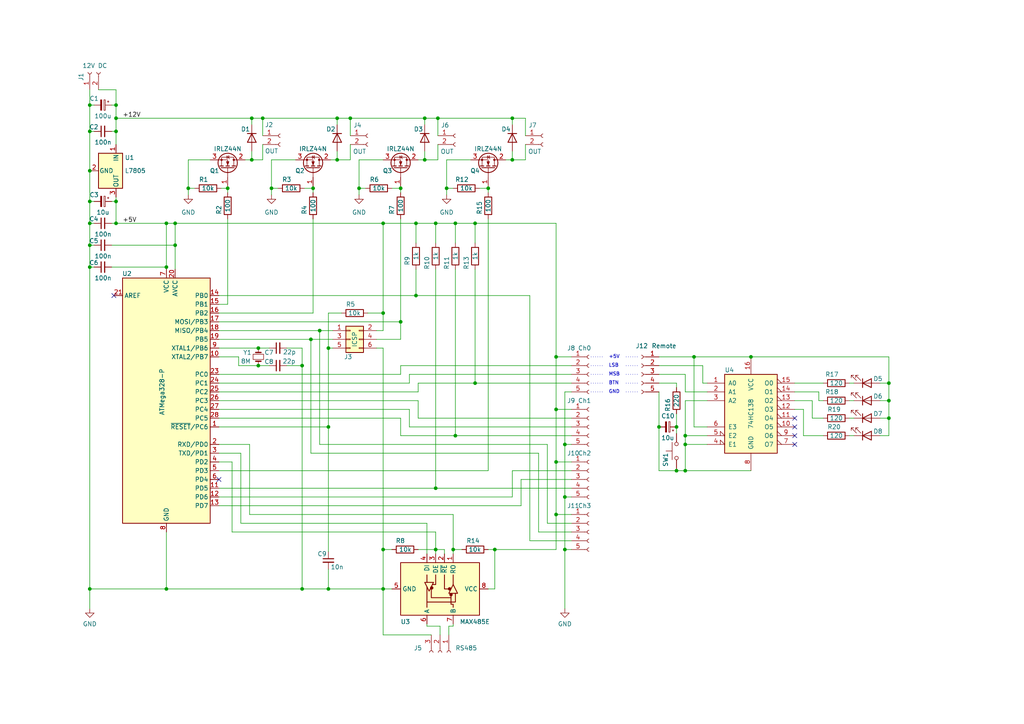
<source format=kicad_sch>
(kicad_sch (version 20211123) (generator eeschema)
  (paper "A4")
  (title_block (title "AVR PWM RTU") (date "2024-01-01") (rev "0.1") (company "clickworkorange Ltd"))
  (lib_symbols
    (symbol "74xx:74LS138" (pin_names (offset 1.016))
      (property "Reference" "U" (at -7.62 11.43 0))
      (property "Value" "74LS138" (at -7.62 -13.97 0))
      (symbol "74LS138_1_0"
        (pin input line (at -12.7 7.62 0) (length 5.08) (name "A0") (number "1"))
        (pin output output_low (at 12.7 -5.08 180) (length 5.08) (name "O5") (number "10"))
        (pin output output_low (at 12.7 -2.54 180) (length 5.08) (name "O4") (number "11"))
        (pin output output_low (at 12.7 0 180) (length 5.08) (name "O3") (number "12"))
        (pin output output_low (at 12.7 2.54 180) (length 5.08) (name "O2") (number "13"))
        (pin output output_low (at 12.7 5.08 180) (length 5.08) (name "O1") (number "14"))
        (pin output output_low (at 12.7 7.62 180) (length 5.08) (name "O0") (number "15"))
        (pin power_in line (at 0 15.24 270) (length 5.08) (name "VCC") (number "16"))
        (pin input line (at -12.7 5.08 0) (length 5.08) (name "A1") (number "2"))
        (pin input line (at -12.7 2.54 0) (length 5.08) (name "A2") (number "3"))
        (pin input input_low (at -12.7 -10.16 0) (length 5.08) (name "E1") (number "4"))
        (pin input input_low (at -12.7 -7.62 0) (length 5.08) (name "E2") (number "5"))
        (pin input line (at -12.7 -5.08 0) (length 5.08) (name "E3") (number "6"))
        (pin output output_low (at 12.7 -10.16 180) (length 5.08) (name "O7") (number "7"))
        (pin power_in line (at 0 -17.78 90) (length 5.08) (name "GND") (number "8"))
        (pin output output_low (at 12.7 -7.62 180) (length 5.08) (name "O6") (number "9"))
      )
      (symbol "74LS138_1_1"
        (rectangle (start -7.62 10.16) (end 7.62 -12.7) (stroke (width 0.254)) (fill (type background)))
      )
    )
    (symbol "Conn_01x02_Female_1" (pin_names (offset 1.016) hide)
      (property "Reference" "J" (at 0 2.54 0))
      (property "Value" "Conn_01x02_Female_1" (at 0 -5.08 0))
      (symbol "Conn_01x02_Female_1_1_1"
        (arc (start 0 -2.032) (mid -0.508 -2.54) (end 0 -3.048) (stroke (width 0.1524)))
        (polyline (pts (xy -1.27 -2.54) (xy -0.508 -2.54)) (stroke (width 0.1524)))
        (polyline (pts (xy -1.27 0) (xy -0.508 0)) (stroke (width 0.1524)))
        (arc (start 0 0.508) (mid -0.508 0) (end 0 -0.508) (stroke (width 0.1524)))
        (pin passive line (at -5.08 0 0) (length 3.81) (name "Pin_1") (number "1"))
        (pin passive line (at -5.08 -2.54 0) (length 3.81) (name "Pin_2") (number "2"))
      )
    )
    (symbol "Connector:Conn_01x02_Female" (pin_names (offset 1.016) hide)
      (property "Reference" "J" (at 0 2.54 0))
      (property "Value" "Conn_01x02_Female" (at 0 -5.08 0))
      (symbol "Conn_01x02_Female_1_1"
        (arc (start 0 -2.032) (mid -0.508 -2.54) (end 0 -3.048) (stroke (width 0.1524)))
        (polyline (pts (xy -1.27 -2.54) (xy -0.508 -2.54)) (stroke (width 0.1524)))
        (polyline (pts (xy -1.27 0) (xy -0.508 0)) (stroke (width 0.1524)))
        (arc (start 0 0.508) (mid -0.508 0) (end 0 -0.508) (stroke (width 0.1524)))
        (pin passive line (at -5.08 0 0) (length 3.81) (name "Pin_1") (number "1"))
        (pin passive line (at -5.08 -2.54 0) (length 3.81) (name "Pin_2") (number "2"))
      )
    )
    (symbol "Connector:Conn_01x03_Female" (pin_names (offset 1.016) hide)
      (property "Reference" "J" (at 0 5.08 0))
      (property "Value" "Conn_01x03_Female" (at 0 -5.08 0))
      (symbol "Conn_01x03_Female_1_1"
        (arc (start 0 -2.032) (mid -0.508 -2.54) (end 0 -3.048) (stroke (width 0.1524)))
        (polyline (pts (xy -1.27 -2.54) (xy -0.508 -2.54)) (stroke (width 0.1524)))
        (polyline (pts (xy -1.27 0) (xy -0.508 0)) (stroke (width 0.1524)))
        (polyline (pts (xy -1.27 2.54) (xy -0.508 2.54)) (stroke (width 0.1524)))
        (arc (start 0 0.508) (mid -0.508 0) (end 0 -0.508) (stroke (width 0.1524)))
        (arc (start 0 3.048) (mid -0.508 2.54) (end 0 2.032) (stroke (width 0.1524)))
        (pin passive line (at -5.08 2.54 0) (length 3.81) (name "Pin_1") (number "1"))
        (pin passive line (at -5.08 0 0) (length 3.81) (name "Pin_2") (number "2"))
        (pin passive line (at -5.08 -2.54 0) (length 3.81) (name "Pin_3") (number "3"))
      )
    )
    (symbol "Connector:Conn_01x05_Female" (pin_names (offset 1.016) hide)
      (property "Reference" "J" (at 0 7.62 0))
      (property "Value" "Conn_01x05_Female" (at 0 -7.62 0))
      (symbol "Conn_01x05_Female_1_1"
        (arc (start 0 -4.572) (mid -0.508 -5.08) (end 0 -5.588) (stroke (width 0.1524)))
        (arc (start 0 -2.032) (mid -0.508 -2.54) (end 0 -3.048) (stroke (width 0.1524)))
        (polyline (pts (xy -1.27 -5.08) (xy -0.508 -5.08)) (stroke (width 0.1524)))
        (polyline (pts (xy -1.27 -2.54) (xy -0.508 -2.54)) (stroke (width 0.1524)))
        (polyline (pts (xy -1.27 0) (xy -0.508 0)) (stroke (width 0.1524)))
        (polyline (pts (xy -1.27 2.54) (xy -0.508 2.54)) (stroke (width 0.1524)))
        (polyline (pts (xy -1.27 5.08) (xy -0.508 5.08)) (stroke (width 0.1524)))
        (arc (start 0 0.508) (mid -0.508 0) (end 0 -0.508) (stroke (width 0.1524)))
        (arc (start 0 3.048) (mid -0.508 2.54) (end 0 2.032) (stroke (width 0.1524)))
        (arc (start 0 5.588) (mid -0.508 5.08) (end 0 4.572) (stroke (width 0.1524)))
        (pin passive line (at -5.08 5.08 0) (length 3.81) (name "Pin_1") (number "1"))
        (pin passive line (at -5.08 2.54 0) (length 3.81) (name "Pin_2") (number "2"))
        (pin passive line (at -5.08 0 0) (length 3.81) (name "Pin_3") (number "3"))
        (pin passive line (at -5.08 -2.54 0) (length 3.81) (name "Pin_4") (number "4"))
        (pin passive line (at -5.08 -5.08 0) (length 3.81) (name "Pin_5") (number "5"))
      )
    )
    (symbol "Connector_Generic:Conn_02x03_Odd_Even" (pin_names (offset 1.016) hide)
      (property "Reference" "J" (at 1.27 5.08 0))
      (property "Value" "Conn_02x03_Odd_Even" (at 1.27 -5.08 0))
      (symbol "Conn_02x03_Odd_Even_1_1"
        (rectangle (start -1.27 -2.413) (end 0 -2.667) (stroke (width 0.1524)))
        (rectangle (start -1.27 0.127) (end 0 -0.127) (stroke (width 0.1524)))
        (rectangle (start -1.27 2.667) (end 0 2.413) (stroke (width 0.1524)))
        (rectangle (start -1.27 3.81) (end 3.81 -3.81) (stroke (width 0.254)) (fill (type background)))
        (rectangle (start 3.81 -2.413) (end 2.54 -2.667) (stroke (width 0.1524)))
        (rectangle (start 3.81 0.127) (end 2.54 -0.127) (stroke (width 0.1524)))
        (rectangle (start 3.81 2.667) (end 2.54 2.413) (stroke (width 0.1524)))
        (pin passive line (at -5.08 2.54 0) (length 3.81) (name "Pin_1") (number "1"))
        (pin passive line (at 7.62 2.54 180) (length 3.81) (name "Pin_2") (number "2"))
        (pin passive line (at -5.08 0 0) (length 3.81) (name "Pin_3") (number "3"))
        (pin passive line (at 7.62 0 180) (length 3.81) (name "Pin_4") (number "4"))
        (pin passive line (at -5.08 -2.54 0) (length 3.81) (name "Pin_5") (number "5"))
        (pin passive line (at 7.62 -2.54 180) (length 3.81) (name "Pin_6") (number "6"))
      )
    )
    (symbol "Device:C_Polarized_Small" (pin_numbers hide) (pin_names (offset 0.254) hide)
      (property "Reference" "C" (at 0.254 1.778 0))
      (property "Value" "C_Polarized_Small" (at 0.254 -2.032 0))
      (symbol "C_Polarized_Small_0_1"
        (rectangle (start -1.524 -0.3048) (end 1.524 -0.6858) (fill (type outline)))
        (rectangle (start -1.524 0.6858) (end 1.524 0.3048))
        (polyline (pts (xy -1.27 1.524) (xy -0.762 1.524)))
        (polyline (pts (xy -1.016 1.27) (xy -1.016 1.778)))
      )
      (symbol "C_Polarized_Small_1_1"
        (pin passive line (at 0 2.54 270) (length 1.8542) (name "~") (number "1"))
        (pin passive line (at 0 -2.54 90) (length 1.8542) (name "~") (number "2"))
      )
    )
    (symbol "Device:C_Small" (pin_numbers hide) (pin_names (offset 0.254) hide)
      (property "Reference" "C" (at 0.254 1.778 0))
      (property "Value" "C_Small" (at 0.254 -2.032 0))
      (symbol "C_Small_0_1"
        (polyline (pts (xy -1.524 -0.508) (xy 1.524 -0.508)) (stroke (width 0.3302)))
        (polyline (pts (xy -1.524 0.508) (xy 1.524 0.508)) (stroke (width 0.3048)))
      )
      (symbol "C_Small_1_1"
        (pin passive line (at 0 2.54 270) (length 2.032) (name "~") (number "1"))
        (pin passive line (at 0 -2.54 90) (length 2.032) (name "~") (number "2"))
      )
    )
    (symbol "Device:Crystal_Small" (pin_numbers hide) (pin_names (offset 1.016) hide)
      (property "Reference" "Y" (at 0 2.54 0))
      (property "Value" "Crystal_Small" (at 0 -2.54 0))
      (symbol "Crystal_Small_0_1"
        (rectangle (start -0.762 -1.524) (end 0.762 1.524))
        (polyline (pts (xy -1.27 -0.762) (xy -1.27 0.762)) (stroke (width 0.381)))
        (polyline (pts (xy 1.27 -0.762) (xy 1.27 0.762)) (stroke (width 0.381)))
      )
      (symbol "Crystal_Small_1_1"
        (pin passive line (at -2.54 0 0) (length 1.27) (name "1") (number "1"))
        (pin passive line (at 2.54 0 180) (length 1.27) (name "2") (number "2"))
      )
    )
    (symbol "Device:D" (pin_numbers hide) (pin_names (offset 1.016) hide)
      (property "Reference" "D" (at 0 2.54 0))
      (property "Value" "D" (at 0 -2.54 0))
      (symbol "D_0_1"
        (polyline (pts (xy -1.27 1.27) (xy -1.27 -1.27)) (stroke (width 0.254)))
        (polyline (pts (xy 1.27 0) (xy -1.27 0)))
        (polyline (pts (xy 1.27 1.27) (xy 1.27 -1.27) (xy -1.27 0) (xy 1.27 1.27)) (stroke (width 0.254)))
      )
      (symbol "D_1_1"
        (pin passive line (at -3.81 0 0) (length 2.54) (name "K") (number "1"))
        (pin passive line (at 3.81 0 180) (length 2.54) (name "A") (number "2"))
      )
    )
    (symbol "Device:LED" (pin_numbers hide) (pin_names (offset 1.016) hide)
      (property "Reference" "D" (at 0 2.54 0))
      (property "Value" "LED" (at 0 -2.54 0))
      (symbol "LED_0_1"
        (polyline (pts (xy -1.27 -1.27) (xy -1.27 1.27)) (stroke (width 0.254)))
        (polyline (pts (xy -1.27 0) (xy 1.27 0)))
        (polyline (pts (xy 1.27 -1.27) (xy 1.27 1.27) (xy -1.27 0) (xy 1.27 -1.27)) (stroke (width 0.254)))
        (polyline (pts (xy -3.048 -0.762) (xy -4.572 -2.286) (xy -3.81 -2.286) (xy -4.572 -2.286) (xy -4.572 -1.524)))
        (polyline (pts (xy -1.778 -0.762) (xy -3.302 -2.286) (xy -2.54 -2.286) (xy -3.302 -2.286) (xy -3.302 -1.524)))
      )
      (symbol "LED_1_1"
        (pin passive line (at -3.81 0 0) (length 2.54) (name "K") (number "1"))
        (pin passive line (at 3.81 0 180) (length 2.54) (name "A") (number "2"))
      )
    )
    (symbol "Device:R" (pin_numbers hide) (pin_names (offset 0))
      (property "Reference" "R" (at 2.032 0 90))
      (property "Value" "R" (at 0 0 90))
      (symbol "R_0_1"
        (rectangle (start -1.016 -2.54) (end 1.016 2.54) (stroke (width 0.254)))
      )
      (symbol "R_1_1"
        (pin passive line (at 0 3.81 270) (length 1.27) (name "~") (number "1"))
        (pin passive line (at 0 -3.81 90) (length 1.27) (name "~") (number "2"))
      )
    )
    (symbol "Interface_UART:MAX485E"
      (property "Reference" "U" (at -6.096 11.43 0))
      (property "Value" "MAX485E" (at 0.762 11.43 0))
      (symbol "MAX485E_0_1"
        (rectangle (start -7.62 10.16) (end 7.62 -12.7) (stroke (width 0.254)) (fill (type background)))
        (circle (center -0.3048 -3.683) (radius 0.3556) (stroke (width 0.254)) (fill (type outline)))
        (circle (center -0.0254 1.4986) (radius 0.3556) (stroke (width 0.254)) (fill (type outline)))
        (polyline (pts (xy -4.064 -5.08) (xy -1.905 -5.08)) (stroke (width 0.254)))
        (polyline (pts (xy -4.064 2.54) (xy -1.27 2.54)) (stroke (width 0.254)))
        (polyline (pts (xy -1.27 -3.2004) (xy -1.27 -3.4544)) (stroke (width 0.254)))
        (polyline (pts (xy -0.635 -5.08) (xy 5.334 -5.08)) (stroke (width 0.254)))
        (polyline (pts (xy -4.064 -2.54) (xy -1.27 -2.54) (xy -1.27 -3.175)) (stroke (width 0.254)))
        (polyline (pts (xy 0 1.27) (xy 0 0) (xy -4.064 0)) (stroke (width 0.254)))
        (polyline (pts (xy 1.27 3.175) (xy 3.81 3.175) (xy 3.81 -5.08)) (stroke (width 0.254)))
        (polyline (pts (xy 2.54 1.905) (xy 2.54 -3.81) (xy 0 -3.81)) (stroke (width 0.254)))
        (polyline (pts (xy -1.905 -3.175) (xy -1.905 -5.715) (xy 0.635 -4.445) (xy -1.905 -3.175)) (stroke (width 0.254)))
        (polyline (pts (xy -1.27 2.54) (xy 1.27 3.81) (xy 1.27 1.27) (xy -1.27 2.54)) (stroke (width 0.254)))
        (polyline (pts (xy 1.905 1.905) (xy 4.445 1.905) (xy 4.445 2.54) (xy 5.334 2.54)) (stroke (width 0.254)))
        (rectangle (start 1.27 3.175) (end 1.27 3.175))
        (circle (center 1.651 1.905) (radius 0.3556) (stroke (width 0.254)) (fill (type outline)))
      )
      (symbol "MAX485E_1_1"
        (pin output line (at -10.16 2.54 0) (length 2.54) (name "RO") (number "1"))
        (pin input line (at -10.16 0 0) (length 2.54) (name "~{RE}") (number "2"))
        (pin input line (at -10.16 -2.54 0) (length 2.54) (name "DE") (number "3"))
        (pin input line (at -10.16 -5.08 0) (length 2.54) (name "DI") (number "4"))
        (pin power_in line (at 0 -15.24 90) (length 2.54) (name "GND") (number "5"))
        (pin bidirectional line (at 10.16 -5.08 180) (length 2.54) (name "A") (number "6"))
        (pin bidirectional line (at 10.16 2.54 180) (length 2.54) (name "B") (number "7"))
        (pin power_in line (at 0 12.7 270) (length 2.54) (name "VCC") (number "8"))
      )
    )
    (symbol "MCU_Microchip_ATmega:ATmega328-P"
      (property "Reference" "U?" (at -11.43 36.83 0))
      (property "Value" "ATMega328-P" (at -1.27 2.54 90))
      (symbol "ATmega328-P_0_1"
        (rectangle (start -12.7 -35.56) (end 12.7 35.56) (stroke (width 0.254)) (fill (type background)))
      )
      (symbol "ATmega328-P_1_1"
        (pin bidirectional line (at 15.24 -7.62 180) (length 2.54) (name "~{RESET}/PC6") (number "1"))
        (pin bidirectional line (at 15.24 12.7 180) (length 2.54) (name "XTAL2/PB7") (number "10"))
        (pin bidirectional line (at 15.24 -25.4 180) (length 2.54) (name "PD5") (number "11"))
        (pin bidirectional line (at 15.24 -27.94 180) (length 2.54) (name "PD6") (number "12"))
        (pin bidirectional line (at 15.24 -30.48 180) (length 2.54) (name "PD7") (number "13"))
        (pin bidirectional line (at 15.24 30.48 180) (length 2.54) (name "PB0") (number "14"))
        (pin bidirectional line (at 15.24 27.94 180) (length 2.54) (name "PB1") (number "15"))
        (pin bidirectional line (at 15.24 25.4 180) (length 2.54) (name "PB2") (number "16"))
        (pin bidirectional line (at 15.24 22.86 180) (length 2.54) (name "MOSI/PB3") (number "17"))
        (pin bidirectional line (at 15.24 20.32 180) (length 2.54) (name "MISO/PB4") (number "18"))
        (pin bidirectional line (at 15.24 17.78 180) (length 2.54) (name "PB5") (number "19"))
        (pin bidirectional line (at 15.24 -12.7 180) (length 2.54) (name "RXD/PD0") (number "2"))
        (pin power_in line (at 2.54 38.1 270) (length 2.54) (name "AVCC") (number "20"))
        (pin passive line (at -15.24 30.48 0) (length 2.54) (name "AREF") (number "21"))
        (pin passive line (at 0 -38.1 90) (length 2.54) hide (name "GND") (number "22"))
        (pin bidirectional line (at 15.24 7.62 180) (length 2.54) (name "PC0") (number "23"))
        (pin bidirectional line (at 15.24 5.08 180) (length 2.54) (name "PC1") (number "24"))
        (pin bidirectional line (at 15.24 2.54 180) (length 2.54) (name "PC2") (number "25"))
        (pin bidirectional line (at 15.24 0 180) (length 2.54) (name "PC3") (number "26"))
        (pin bidirectional line (at 15.24 -2.54 180) (length 2.54) (name "PC4") (number "27"))
        (pin bidirectional line (at 15.24 -5.08 180) (length 2.54) (name "PC5") (number "28"))
        (pin bidirectional line (at 15.24 -15.24 180) (length 2.54) (name "TXD/PD1") (number "3"))
        (pin bidirectional line (at 15.24 -17.78 180) (length 2.54) (name "PD2") (number "4"))
        (pin bidirectional line (at 15.24 -20.32 180) (length 2.54) (name "PD3") (number "5"))
        (pin bidirectional line (at 15.24 -22.86 180) (length 2.54) (name "PD4") (number "6"))
        (pin power_in line (at 0 38.1 270) (length 2.54) (name "VCC") (number "7"))
        (pin power_in line (at 0 -38.1 90) (length 2.54) (name "GND") (number "8"))
        (pin bidirectional line (at 15.24 15.24 180) (length 2.54) (name "XTAL1/PB6") (number "9"))
      )
    )
    (symbol "Regulator_Linear:L7805" (pin_names (offset 0.254))
      (property "Reference" "U" (at -3.81 3.175 0))
      (property "Value" "L7805" (at 0 3.175 0))
      (symbol "L7805_0_1"
        (rectangle (start -5.08 1.905) (end 5.08 -5.08) (stroke (width 0.254)) (fill (type background)))
      )
      (symbol "L7805_1_1"
        (pin power_in line (at -7.62 0 0) (length 2.54) (name "IN") (number "1"))
        (pin power_in line (at 0 -7.62 90) (length 2.54) (name "GND") (number "2"))
        (pin power_out line (at 7.62 0 180) (length 2.54) (name "OUT") (number "3"))
      )
    )
    (symbol "Switch:SW_Push" (pin_numbers hide) (pin_names (offset 1.016) hide)
      (property "Reference" "SW" (at 1.27 2.54 0))
      (property "Value" "SW_Push" (at 0 -1.524 0))
      (symbol "SW_Push_0_1"
        (circle (center -2.032 0) (radius 0.508))
        (polyline (pts (xy 0 1.27) (xy 0 3.048)))
        (polyline (pts (xy 2.54 1.27) (xy -2.54 1.27)))
        (circle (center 2.032 0) (radius 0.508))
        (pin passive line (at -5.08 0 0) (length 2.54) (name "1") (number "1"))
        (pin passive line (at 5.08 0 180) (length 2.54) (name "2") (number "2"))
      )
    )
    (symbol "Transistor_FET:IRLZ44N" (pin_names hide)
      (property "Reference" "Q" (at 6.35 1.905 0))
      (property "Value" "IRLZ44N" (at 6.35 0 0))
      (symbol "IRLZ44N_0_1"
        (polyline (pts (xy 0.254 0) (xy -2.54 0)))
        (polyline (pts (xy 0.254 1.905) (xy 0.254 -1.905)) (stroke (width 0.254)))
        (polyline (pts (xy 0.762 -1.27) (xy 0.762 -2.286)) (stroke (width 0.254)))
        (polyline (pts (xy 0.762 0.508) (xy 0.762 -0.508)) (stroke (width 0.254)))
        (polyline (pts (xy 0.762 2.286) (xy 0.762 1.27)) (stroke (width 0.254)))
        (polyline (pts (xy 2.54 2.54) (xy 2.54 1.778)))
        (polyline (pts (xy 2.54 -2.54) (xy 2.54 0) (xy 0.762 0)))
        (polyline (pts (xy 0.762 -1.778) (xy 3.302 -1.778) (xy 3.302 1.778) (xy 0.762 1.778)))
        (polyline (pts (xy 1.016 0) (xy 2.032 0.381) (xy 2.032 -0.381) (xy 1.016 0)) (fill (type outline)))
        (polyline (pts (xy 2.794 0.508) (xy 2.921 0.381) (xy 3.683 0.381) (xy 3.81 0.254)))
        (polyline (pts (xy 3.302 0.381) (xy 2.921 -0.254) (xy 3.683 -0.254) (xy 3.302 0.381)))
        (circle (center 1.651 0) (radius 2.794) (stroke (width 0.254)))
        (circle (center 2.54 -1.778) (radius 0.254) (fill (type outline)))
        (circle (center 2.54 1.778) (radius 0.254) (fill (type outline)))
      )
      (symbol "IRLZ44N_1_1"
        (pin input line (at -5.08 0 0) (length 2.54) (name "G") (number "1"))
        (pin passive line (at 2.54 5.08 270) (length 2.54) (name "D") (number "2"))
        (pin passive line (at 2.54 -5.08 90) (length 2.54) (name "S") (number "3"))
      )
    )
    (symbol "power:GND" (power) (pin_names (offset 0))
      (property "Value" "GND" (at 0 -3.81 0))
      (symbol "GND_0_1"
        (polyline (pts (xy 0 0) (xy 0 -1.27) (xy 1.27 -1.27) (xy 0 -2.54) (xy -1.27 -1.27) (xy 0 -1.27)))
      )
      (symbol "GND_1_1"
        (pin power_in line (at 0 0 270) (length 0) hide (name "GND") (number "1"))
      )
    )
  )
  (junction (at 116.205 93.345))
  (junction (at 120.65 85.725))
  (junction (at 97.79 46.355))
  (junction (at 123.19 34.29))
  (junction (at 33.655 38.1))
  (junction (at 196.215 136.525))
  (junction (at 90.805 54.61))
  (junction (at 111.125 90.805))
  (junction (at 48.26 64.77))
  (junction (at 74.93 100.965))
  (junction (at 33.655 30.48))
  (junction (at 50.8 64.77))
  (junction (at 198.755 136.525))
  (junction (at 54.61 54.61))
  (junction (at 90.17 98.425))
  (junction (at 137.795 111.125))
  (junction (at 104.14 54.61))
  (junction (at 78.74 54.61))
  (junction (at 33.655 34.29))
  (junction (at 95.25 123.825))
  (junction (at 198.755 126.365))
  (junction (at 126.365 141.605))
  (junction (at 141.605 54.61))
  (junction (at 161.29 103.505))
  (junction (at 92.71 95.885))
  (junction (at 87.63 106.045))
  (junction (at 101.6 34.29))
  (junction (at 217.805 103.505))
  (junction (at 111.125 159.385))
  (junction (at 196.215 123.825))
  (junction (at 132.08 64.77))
  (junction (at 163.83 159.385))
  (junction (at 50.8 71.12))
  (junction (at 73.025 34.29))
  (junction (at 127 34.29))
  (junction (at 74.93 106.045))
  (junction (at 73.025 46.355))
  (junction (at 120.65 64.77))
  (junction (at 48.26 170.815))
  (junction (at 163.83 128.905))
  (junction (at 161.29 133.985))
  (junction (at 143.51 159.385))
  (junction (at 148.59 46.355))
  (junction (at 257.81 121.285))
  (junction (at 161.29 118.745))
  (junction (at 111.125 64.77))
  (junction (at 257.81 111.125))
  (junction (at 148.59 34.29))
  (junction (at 26.035 170.815))
  (junction (at 131.445 159.385))
  (junction (at 161.29 149.225))
  (junction (at 132.08 126.365))
  (junction (at 116.205 54.61))
  (junction (at 26.035 30.48))
  (junction (at 76.2 34.29))
  (junction (at 201.295 103.505))
  (junction (at 26.035 49.53))
  (junction (at 126.365 64.77))
  (junction (at 48.26 77.47))
  (junction (at 257.81 116.205))
  (junction (at 26.035 71.12))
  (junction (at 33.655 64.77))
  (junction (at 137.795 64.77))
  (junction (at 111.125 170.815))
  (junction (at 95.25 170.815))
  (junction (at 66.04 54.61))
  (junction (at 26.035 77.47))
  (junction (at 26.035 64.77))
  (junction (at 163.83 144.145))
  (junction (at 33.655 58.42))
  (junction (at 95.25 100.965))
  (junction (at 87.63 170.815))
  (junction (at 191.135 123.825))
  (junction (at 123.19 46.355))
  (junction (at 97.79 34.29))
  (junction (at 129.54 54.61))
  (junction (at 198.755 128.905))
  (junction (at 126.365 159.385))
  (junction (at 26.035 58.42))
  (junction (at 26.035 38.1))
  (no_connect (at 230.505 128.905))
  (no_connect (at 230.505 123.825))
  (no_connect (at 63.5 139.065))
  (no_connect (at 33.02 85.725))
  (no_connect (at 230.505 126.365))
  (no_connect (at 230.505 121.285))
  (wire (pts (xy 109.22 95.885) (xy 111.125 95.885)))
  (wire (pts (xy 137.795 111.125) (xy 165.735 111.125)))
  (wire (pts (xy 161.29 118.745) (xy 165.735 118.745)))
  (wire (pts (xy 129.54 46.355) (xy 129.54 54.61)))
  (wire (pts (xy 116.205 54.61) (xy 116.205 55.88)))
  (wire (pts (xy 121.285 113.665) (xy 121.285 111.125)))
  (wire (pts (xy 64.135 54.61) (xy 66.04 54.61)))
  (wire (pts (xy 127 34.29) (xy 127 39.37)))
  (wire (pts (xy 97.79 34.29) (xy 101.6 34.29)))
  (wire (pts (xy 99.06 90.805) (xy 95.25 90.805)))
  (wire (pts (xy 95.25 100.965) (xy 95.25 123.825)))
  (wire (pts (xy 205.105 123.825) (xy 201.295 123.825)))
  (wire (pts (xy 203.835 111.125) (xy 205.105 111.125)))
  (wire (pts (xy 69.85 131.445) (xy 69.85 151.765)))
  (wire (pts (xy 141.605 53.975) (xy 141.605 54.61)))
  (wire (pts (xy 191.135 123.825) (xy 191.135 136.525)))
  (wire (pts (xy 104.14 54.61) (xy 104.14 56.515)))
  (polyline (pts (xy 181.61 113.665) (xy 185.42 113.665)) (stroke (width 0) (type dot)))
  (wire (pts (xy 63.5 85.725) (xy 120.65 85.725)))
  (wire (pts (xy 76.2 41.91) (xy 76.2 46.355)))
  (wire (pts (xy 63.5 128.905) (xy 72.39 128.905)))
  (wire (pts (xy 95.25 165.1) (xy 95.25 170.815)))
  (wire (pts (xy 132.08 64.77) (xy 132.08 70.485)))
  (wire (pts (xy 60.96 46.355) (xy 54.61 46.355)))
  (wire (pts (xy 63.5 136.525) (xy 141.605 136.525)))
  (wire (pts (xy 63.5 146.685) (xy 151.13 146.685)))
  (wire (pts (xy 54.61 54.61) (xy 54.61 56.515)))
  (wire (pts (xy 163.83 128.905) (xy 163.83 144.145)))
  (wire (pts (xy 153.67 85.725) (xy 153.67 156.845)))
  (wire (pts (xy 153.67 156.845) (xy 165.735 156.845)))
  (wire (pts (xy 104.14 46.355) (xy 104.14 54.61)))
  (wire (pts (xy 139.065 54.61) (xy 141.605 54.61)))
  (wire (pts (xy 137.795 64.77) (xy 137.795 70.485)))
  (wire (pts (xy 246.38 116.205) (xy 247.65 116.205)))
  (wire (pts (xy 101.6 34.29) (xy 123.19 34.29)))
  (wire (pts (xy 111.125 170.815) (xy 111.125 184.15)))
  (wire (pts (xy 32.385 71.12) (xy 50.8 71.12)))
  (wire (pts (xy 48.26 64.77) (xy 50.8 64.77)))
  (wire (pts (xy 28.575 26.035) (xy 33.655 26.035)))
  (wire (pts (xy 76.2 34.29) (xy 76.2 39.37)))
  (wire (pts (xy 148.59 43.815) (xy 148.59 46.355)))
  (wire (pts (xy 63.5 98.425) (xy 90.17 98.425)))
  (wire (pts (xy 126.365 141.605) (xy 165.735 141.605)))
  (wire (pts (xy 152.4 34.29) (xy 152.4 39.37)))
  (wire (pts (xy 78.74 54.61) (xy 78.74 56.515)))
  (polyline (pts (xy 181.61 108.585) (xy 185.42 108.585)) (stroke (width 0) (type dot)))
  (wire (pts (xy 26.035 38.1) (xy 27.305 38.1)))
  (wire (pts (xy 198.755 113.665) (xy 205.105 113.665)))
  (wire (pts (xy 201.295 103.505) (xy 217.805 103.505)))
  (wire (pts (xy 32.385 64.77) (xy 33.655 64.77)))
  (wire (pts (xy 118.745 123.825) (xy 165.735 123.825)))
  (wire (pts (xy 63.5 121.285) (xy 116.205 121.285)))
  (wire (pts (xy 257.81 103.505) (xy 257.81 111.125)))
  (wire (pts (xy 120.65 85.725) (xy 153.67 85.725)))
  (polyline (pts (xy 171.45 113.665) (xy 175.26 113.665)) (stroke (width 0) (type dot)))
  (wire (pts (xy 201.295 103.505) (xy 201.295 123.825)))
  (wire (pts (xy 235.585 121.285) (xy 238.76 121.285)))
  (wire (pts (xy 26.035 170.815) (xy 26.035 176.53)))
  (wire (pts (xy 141.605 63.5) (xy 141.605 136.525)))
  (wire (pts (xy 95.25 100.965) (xy 96.52 100.965)))
  (wire (pts (xy 230.505 116.205) (xy 235.585 116.205)))
  (polyline (pts (xy 181.61 106.045) (xy 185.42 106.045)) (stroke (width 0) (type dot)))
  (wire (pts (xy 123.825 181.61) (xy 123.825 180.975)))
  (wire (pts (xy 97.79 36.195) (xy 97.79 34.29)))
  (polyline (pts (xy 171.45 111.125) (xy 175.26 111.125)) (stroke (width 0) (type dot)))
  (wire (pts (xy 165.735 154.305) (xy 156.21 154.305)))
  (wire (pts (xy 198.755 126.365) (xy 205.105 126.365)))
  (wire (pts (xy 113.665 170.815) (xy 111.125 170.815)))
  (wire (pts (xy 205.105 116.205) (xy 198.755 116.205)))
  (wire (pts (xy 111.125 90.805) (xy 111.125 95.885)))
  (wire (pts (xy 95.25 90.805) (xy 95.25 100.965)))
  (wire (pts (xy 90.17 131.445) (xy 156.21 131.445)))
  (wire (pts (xy 143.51 159.385) (xy 143.51 170.815)))
  (wire (pts (xy 32.385 30.48) (xy 33.655 30.48)))
  (wire (pts (xy 127 46.355) (xy 123.19 46.355)))
  (wire (pts (xy 198.755 108.585) (xy 198.755 113.665)))
  (wire (pts (xy 78.74 54.61) (xy 80.645 54.61)))
  (wire (pts (xy 141.605 159.385) (xy 143.51 159.385)))
  (wire (pts (xy 26.035 26.035) (xy 26.035 30.48)))
  (wire (pts (xy 90.805 63.5) (xy 90.805 90.805)))
  (wire (pts (xy 126.365 154.305) (xy 126.365 159.385)))
  (wire (pts (xy 69.215 106.045) (xy 74.93 106.045)))
  (wire (pts (xy 198.755 128.905) (xy 198.755 136.525)))
  (wire (pts (xy 48.26 77.47) (xy 48.26 78.105)))
  (wire (pts (xy 116.205 121.285) (xy 116.205 126.365)))
  (wire (pts (xy 101.6 46.355) (xy 97.79 46.355)))
  (wire (pts (xy 196.215 135.89) (xy 196.215 136.525)))
  (wire (pts (xy 120.65 64.77) (xy 120.65 70.485)))
  (wire (pts (xy 63.5 144.145) (xy 148.59 144.145)))
  (wire (pts (xy 95.885 46.355) (xy 97.79 46.355)))
  (wire (pts (xy 257.81 116.205) (xy 257.81 121.285)))
  (wire (pts (xy 152.4 41.91) (xy 152.4 46.355)))
  (wire (pts (xy 161.29 149.225) (xy 165.735 149.225)))
  (wire (pts (xy 26.035 49.53) (xy 26.035 58.42)))
  (wire (pts (xy 33.655 38.1) (xy 33.655 34.29)))
  (wire (pts (xy 118.745 111.125) (xy 118.745 108.585)))
  (wire (pts (xy 161.29 133.985) (xy 165.735 133.985)))
  (wire (pts (xy 63.5 103.505) (xy 69.215 103.505)))
  (wire (pts (xy 76.2 34.29) (xy 97.79 34.29)))
  (wire (pts (xy 88.265 54.61) (xy 90.805 54.61)))
  (wire (pts (xy 230.505 113.665) (xy 237.49 113.665)))
  (wire (pts (xy 233.045 118.745) (xy 233.045 126.365)))
  (wire (pts (xy 130.175 181.61) (xy 131.445 181.61)))
  (wire (pts (xy 95.25 170.815) (xy 111.125 170.815)))
  (wire (pts (xy 26.035 77.47) (xy 27.305 77.47)))
  (wire (pts (xy 26.035 71.12) (xy 27.305 71.12)))
  (wire (pts (xy 132.08 78.105) (xy 132.08 126.365)))
  (wire (pts (xy 257.81 121.285) (xy 255.27 121.285)))
  (wire (pts (xy 163.83 144.145) (xy 163.83 159.385)))
  (wire (pts (xy 63.5 131.445) (xy 69.85 131.445)))
  (wire (pts (xy 33.655 26.035) (xy 33.655 30.48)))
  (wire (pts (xy 121.285 111.125) (xy 137.795 111.125)))
  (wire (pts (xy 111.125 159.385) (xy 113.665 159.385)))
  (wire (pts (xy 123.19 34.29) (xy 127 34.29)))
  (wire (pts (xy 32.385 58.42) (xy 33.655 58.42)))
  (wire (pts (xy 118.745 118.745) (xy 118.745 123.825)))
  (wire (pts (xy 131.445 159.385) (xy 131.445 160.655)))
  (wire (pts (xy 230.505 111.125) (xy 238.76 111.125)))
  (wire (pts (xy 161.29 64.77) (xy 161.29 103.505)))
  (wire (pts (xy 74.93 100.965) (xy 78.105 100.965)))
  (wire (pts (xy 26.035 30.48) (xy 27.305 30.48)))
  (wire (pts (xy 48.26 154.305) (xy 48.26 170.815)))
  (wire (pts (xy 148.59 144.145) (xy 148.59 136.525)))
  (wire (pts (xy 127.635 181.61) (xy 123.825 181.61)))
  (wire (pts (xy 50.8 64.77) (xy 111.125 64.77)))
  (wire (pts (xy 158.75 151.765) (xy 158.75 128.905)))
  (wire (pts (xy 78.74 46.355) (xy 78.74 54.61)))
  (wire (pts (xy 257.81 126.365) (xy 257.81 121.285)))
  (wire (pts (xy 95.25 123.825) (xy 95.25 160.02)))
  (wire (pts (xy 127.635 181.61) (xy 127.635 184.15)))
  (wire (pts (xy 66.04 54.61) (xy 66.04 55.88)))
  (wire (pts (xy 257.81 111.125) (xy 257.81 116.205)))
  (wire (pts (xy 198.755 116.205) (xy 198.755 126.365)))
  (wire (pts (xy 246.38 126.365) (xy 247.65 126.365)))
  (wire (pts (xy 73.025 46.355) (xy 71.12 46.355)))
  (wire (pts (xy 32.385 38.1) (xy 33.655 38.1)))
  (wire (pts (xy 101.6 41.91) (xy 101.6 46.355)))
  (wire (pts (xy 137.795 64.77) (xy 161.29 64.77)))
  (wire (pts (xy 26.035 170.815) (xy 48.26 170.815)))
  (wire (pts (xy 113.665 54.61) (xy 116.205 54.61)))
  (wire (pts (xy 63.5 95.885) (xy 92.71 95.885)))
  (wire (pts (xy 163.83 159.385) (xy 163.83 176.53)))
  (wire (pts (xy 106.68 90.805) (xy 111.125 90.805)))
  (wire (pts (xy 90.17 98.425) (xy 96.52 98.425)))
  (wire (pts (xy 63.5 141.605) (xy 126.365 141.605)))
  (wire (pts (xy 161.29 118.745) (xy 161.29 133.985)))
  (wire (pts (xy 32.385 77.47) (xy 48.26 77.47)))
  (wire (pts (xy 198.755 126.365) (xy 198.755 128.905)))
  (wire (pts (xy 196.215 111.125) (xy 196.215 112.395)))
  (wire (pts (xy 146.685 46.355) (xy 148.59 46.355)))
  (wire (pts (xy 133.985 159.385) (xy 131.445 159.385)))
  (wire (pts (xy 26.035 30.48) (xy 26.035 38.1)))
  (polyline (pts (xy 181.61 103.505) (xy 185.42 103.505)) (stroke (width 0) (type dot)))
  (wire (pts (xy 26.035 38.1) (xy 26.035 49.53)))
  (wire (pts (xy 196.215 123.825) (xy 196.215 125.73)))
  (wire (pts (xy 87.63 170.815) (xy 95.25 170.815)))
  (wire (pts (xy 26.035 58.42) (xy 26.035 64.77)))
  (wire (pts (xy 76.2 46.355) (xy 73.025 46.355)))
  (wire (pts (xy 63.5 123.825) (xy 95.25 123.825)))
  (wire (pts (xy 111.125 100.965) (xy 111.125 159.385)))
  (wire (pts (xy 87.63 106.045) (xy 87.63 170.815)))
  (wire (pts (xy 116.205 98.425) (xy 116.205 93.345)))
  (wire (pts (xy 92.71 128.905) (xy 158.75 128.905)))
  (wire (pts (xy 196.215 136.525) (xy 198.755 136.525)))
  (wire (pts (xy 69.215 103.505) (xy 69.215 106.045)))
  (wire (pts (xy 116.205 126.365) (xy 132.08 126.365)))
  (wire (pts (xy 230.505 118.745) (xy 233.045 118.745)))
  (wire (pts (xy 191.135 108.585) (xy 198.755 108.585)))
  (wire (pts (xy 116.205 106.045) (xy 165.735 106.045)))
  (wire (pts (xy 90.805 54.61) (xy 90.805 55.88)))
  (wire (pts (xy 118.745 108.585) (xy 165.735 108.585)))
  (wire (pts (xy 196.215 120.015) (xy 196.215 123.825)))
  (wire (pts (xy 237.49 116.205) (xy 238.76 116.205)))
  (wire (pts (xy 54.61 46.355) (xy 54.61 54.61)))
  (wire (pts (xy 85.725 46.355) (xy 78.74 46.355)))
  (wire (pts (xy 26.035 64.77) (xy 26.035 71.12)))
  (wire (pts (xy 63.5 90.805) (xy 90.805 90.805)))
  (wire (pts (xy 83.185 100.965) (xy 87.63 100.965)))
  (wire (pts (xy 116.205 53.975) (xy 116.205 54.61)))
  (wire (pts (xy 92.71 95.885) (xy 96.52 95.885)))
  (wire (pts (xy 66.04 53.975) (xy 66.04 54.61)))
  (wire (pts (xy 163.83 128.905) (xy 165.735 128.905)))
  (wire (pts (xy 235.585 116.205) (xy 235.585 121.285)))
  (wire (pts (xy 48.26 170.815) (xy 87.63 170.815)))
  (wire (pts (xy 54.61 54.61) (xy 56.515 54.61)))
  (wire (pts (xy 132.08 64.77) (xy 137.795 64.77)))
  (wire (pts (xy 121.285 116.205) (xy 121.285 121.285)))
  (wire (pts (xy 126.365 78.105) (xy 126.365 141.605)))
  (wire (pts (xy 136.525 46.355) (xy 129.54 46.355)))
  (wire (pts (xy 191.135 111.125) (xy 196.215 111.125)))
  (wire (pts (xy 191.135 136.525) (xy 196.215 136.525)))
  (wire (pts (xy 33.655 41.91) (xy 33.655 38.1)))
  (wire (pts (xy 255.27 111.125) (xy 257.81 111.125)))
  (wire (pts (xy 33.655 57.15) (xy 33.655 58.42)))
  (wire (pts (xy 198.755 136.525) (xy 217.805 136.525)))
  (wire (pts (xy 26.035 77.47) (xy 26.035 170.815)))
  (wire (pts (xy 121.285 159.385) (xy 126.365 159.385)))
  (wire (pts (xy 48.26 64.77) (xy 48.26 77.47)))
  (wire (pts (xy 26.035 58.42) (xy 27.305 58.42)))
  (wire (pts (xy 217.805 103.505) (xy 257.81 103.505)))
  (wire (pts (xy 151.13 139.065) (xy 165.735 139.065)))
  (wire (pts (xy 67.31 133.985) (xy 67.31 154.305)))
  (wire (pts (xy 131.445 181.61) (xy 131.445 180.975)))
  (wire (pts (xy 143.51 170.815) (xy 141.605 170.815)))
  (wire (pts (xy 126.365 159.385) (xy 126.365 160.655)))
  (polyline (pts (xy 181.61 111.125) (xy 185.42 111.125)) (stroke (width 0) (type dot)))
  (wire (pts (xy 111.125 64.77) (xy 111.125 90.805)))
  (wire (pts (xy 129.54 54.61) (xy 129.54 56.515)))
  (wire (pts (xy 128.905 159.385) (xy 128.905 160.655)))
  (wire (pts (xy 63.5 108.585) (xy 116.205 108.585)))
  (wire (pts (xy 26.035 71.12) (xy 26.035 77.47)))
  (wire (pts (xy 163.83 144.145) (xy 165.735 144.145)))
  (wire (pts (xy 33.655 34.29) (xy 73.025 34.29)))
  (wire (pts (xy 246.38 111.125) (xy 247.65 111.125)))
  (wire (pts (xy 73.025 36.195) (xy 73.025 34.29)))
  (wire (pts (xy 72.39 128.905) (xy 72.39 149.225)))
  (wire (pts (xy 116.205 63.5) (xy 116.205 93.345)))
  (wire (pts (xy 143.51 159.385) (xy 161.29 159.385)))
  (wire (pts (xy 116.205 108.585) (xy 116.205 106.045)))
  (wire (pts (xy 191.135 113.665) (xy 191.135 123.825)))
  (wire (pts (xy 191.135 106.045) (xy 203.835 106.045)))
  (wire (pts (xy 129.54 54.61) (xy 131.445 54.61)))
  (wire (pts (xy 163.83 159.385) (xy 165.735 159.385)))
  (wire (pts (xy 109.22 98.425) (xy 116.205 98.425)))
  (wire (pts (xy 63.5 133.985) (xy 67.31 133.985)))
  (wire (pts (xy 66.04 63.5) (xy 66.04 88.265)))
  (wire (pts (xy 125.095 184.15) (xy 111.125 184.15)))
  (wire (pts (xy 63.5 113.665) (xy 121.285 113.665)))
  (wire (pts (xy 203.835 106.045) (xy 203.835 111.125)))
  (wire (pts (xy 87.63 100.965) (xy 87.63 106.045)))
  (wire (pts (xy 72.39 149.225) (xy 131.445 149.225)))
  (wire (pts (xy 73.025 43.815) (xy 73.025 46.355)))
  (wire (pts (xy 205.105 128.905) (xy 198.755 128.905)))
  (wire (pts (xy 255.27 116.205) (xy 257.81 116.205)))
  (wire (pts (xy 104.14 54.61) (xy 106.045 54.61)))
  (wire (pts (xy 27.305 64.77) (xy 26.035 64.77)))
  (wire (pts (xy 120.65 78.105) (xy 120.65 85.725)))
  (wire (pts (xy 132.08 126.365) (xy 165.735 126.365)))
  (wire (pts (xy 127 41.91) (xy 127 46.355)))
  (wire (pts (xy 161.29 159.385) (xy 161.29 149.225)))
  (wire (pts (xy 109.22 100.965) (xy 111.125 100.965)))
  (wire (pts (xy 123.19 36.195) (xy 123.19 34.29)))
  (wire (pts (xy 246.38 121.285) (xy 247.65 121.285)))
  (wire (pts (xy 121.285 121.285) (xy 165.735 121.285)))
  (wire (pts (xy 33.655 64.77) (xy 48.26 64.77)))
  (wire (pts (xy 90.805 53.975) (xy 90.805 54.61)))
  (wire (pts (xy 69.85 151.765) (xy 123.825 151.765)))
  (wire (pts (xy 151.13 146.685) (xy 151.13 139.065)))
  (wire (pts (xy 161.29 133.985) (xy 161.29 149.225)))
  (wire (pts (xy 255.27 126.365) (xy 257.81 126.365)))
  (wire (pts (xy 165.735 151.765) (xy 158.75 151.765)))
  (wire (pts (xy 33.655 30.48) (xy 33.655 34.29)))
  (wire (pts (xy 111.125 159.385) (xy 111.125 170.815)))
  (wire (pts (xy 237.49 113.665) (xy 237.49 116.205)))
  (wire (pts (xy 131.445 149.225) (xy 131.445 159.385)))
  (wire (pts (xy 163.83 113.665) (xy 163.83 128.905)))
  (wire (pts (xy 141.605 54.61) (xy 141.605 55.88)))
  (wire (pts (xy 63.5 93.345) (xy 116.205 93.345)))
  (polyline (pts (xy 171.45 106.045) (xy 175.26 106.045)) (stroke (width 0) (type dot)))
  (wire (pts (xy 126.365 64.77) (xy 132.08 64.77)))
  (wire (pts (xy 123.825 151.765) (xy 123.825 160.655)))
  (wire (pts (xy 148.59 34.29) (xy 152.4 34.29)))
  (wire (pts (xy 50.8 71.12) (xy 50.8 78.105)))
  (wire (pts (xy 161.29 103.505) (xy 165.735 103.505)))
  (wire (pts (xy 73.025 34.29) (xy 76.2 34.29)))
  (wire (pts (xy 63.5 100.965) (xy 74.93 100.965)))
  (wire (pts (xy 33.655 58.42) (xy 33.655 64.77)))
  (wire (pts (xy 152.4 46.355) (xy 148.59 46.355)))
  (polyline (pts (xy 171.45 108.585) (xy 175.26 108.585)) (stroke (width 0) (type dot)))
  (wire (pts (xy 148.59 36.195) (xy 148.59 34.29)))
  (wire (pts (xy 67.31 154.305) (xy 126.365 154.305)))
  (polyline (pts (xy 171.45 103.505) (xy 175.26 103.505)) (stroke (width 0) (type dot)))
  (wire (pts (xy 111.125 46.355) (xy 104.14 46.355)))
  (wire (pts (xy 63.5 111.125) (xy 118.745 111.125)))
  (wire (pts (xy 63.5 88.265) (xy 66.04 88.265)))
  (wire (pts (xy 97.79 43.815) (xy 97.79 46.355)))
  (wire (pts (xy 137.795 78.105) (xy 137.795 111.125)))
  (wire (pts (xy 121.285 46.355) (xy 123.19 46.355)))
  (wire (pts (xy 63.5 116.205) (xy 121.285 116.205)))
  (wire (pts (xy 126.365 159.385) (xy 128.905 159.385)))
  (wire (pts (xy 165.735 113.665) (xy 163.83 113.665)))
  (wire (pts (xy 101.6 34.29) (xy 101.6 39.37)))
  (wire (pts (xy 90.17 98.425) (xy 90.17 131.445)))
  (wire (pts (xy 123.19 43.815) (xy 123.19 46.355)))
  (wire (pts (xy 130.175 184.15) (xy 130.175 181.61)))
  (wire (pts (xy 74.93 106.045) (xy 78.105 106.045)))
  (wire (pts (xy 191.135 103.505) (xy 201.295 103.505)))
  (wire (pts (xy 50.8 64.77) (xy 50.8 71.12)))
  (wire (pts (xy 92.71 95.885) (xy 92.71 128.905)))
  (wire (pts (xy 148.59 136.525) (xy 165.735 136.525)))
  (wire (pts (xy 127 34.29) (xy 148.59 34.29)))
  (wire (pts (xy 233.045 126.365) (xy 238.76 126.365)))
  (wire (pts (xy 156.21 154.305) (xy 156.21 131.445)))
  (wire (pts (xy 63.5 118.745) (xy 118.745 118.745)))
  (wire (pts (xy 120.65 64.77) (xy 126.365 64.77)))
  (wire (pts (xy 126.365 64.77) (xy 126.365 70.485)))
  (wire (pts (xy 111.125 64.77) (xy 120.65 64.77)))
  (wire (pts (xy 161.29 103.505) (xy 161.29 118.745)))
  (wire (pts (xy 83.185 106.045) (xy 87.63 106.045)))
  (text "BTN" (at 176.53 111.76 0) (effects (font (size 1 1)) (justify left bottom)))
  (text "MSB" (at 176.53 109.22 0) (effects (font (size 1 1)) (justify left bottom)))
  (text "+5V" (at 176.53 104.14 0) (effects (font (size 1 1)) (justify left bottom)))
  (text "LSB" (at 176.53 106.68 0) (effects (font (size 1 1)) (justify left bottom)))
  (text "GND" (at 176.53 114.3 0) (effects (font (size 1 1)) (justify left bottom)))
  (label "+5V" (at 35.56 64.77 0))
  (label "+12V" (at 35.56 34.29 0))
  (symbol (lib_id "MCU_Microchip_ATmega:ATmega328-P") (at 48.26 116.205 0) (unit 1)
    (property "Reference" "U2" (at 36.83 79.375 0))
    (property "Value" "ATMega328-P" (at 46.99 113.665 90))
    (property "Footprint" "Package_DIP:DIP-28_W7.62mm" (effects hide))
  )
  (symbol (lib_id "Connector:Conn_01x05_Female") (at 186.055 108.585 0) (mirror y) (unit 1)
    (property "Reference" "J12" (at 187.96 100.33 0) (effects (justify left)))
    (property "Value" "Remote" (at 196.215 100.33 0) (effects (justify left)))
  )
  (symbol (lib_id "Device:R") (at 242.57 121.285 90) (unit 1)
    (property "Reference" "R19" (at 241.935 118.745 90))
    (property "Value" "120" (at 242.57 121.285 90))
  )
  (symbol (lib_id "Connector:Conn_01x02_Female") (at 81.28 39.37 0) (unit 1)
    (property "Reference" "J2" (at 76.835 36.195 0) (effects (justify left)))
    (property "Value" "OUT" (at 76.835 43.815 0) (effects (justify left)))
  )
  (symbol (lib_id "Switch:SW_Push") (at 196.215 130.81 90) (unit 1)
    (property "Reference" "SW1" (at 193.04 133.35 0))
    (property "Value" "SW_Push" (effects hide))
  )
  (symbol (lib_id "Device:R") (at 84.455 54.61 90) (unit 1)
    (property "Reference" "R3" (at 83.185 52.07 90))
    (property "Value" "10k" (at 84.455 54.61 90))
  )
  (symbol (lib_name "Conn_01x02_Female_1") (lib_id "Connector:Conn_01x02_Female") (at 26.035 20.955 90) (unit 1)
    (property "Reference" "J1" (at 23.495 23.495 0) (effects (justify left)))
    (property "Value" "12V DC" (at 31.115 19.05 90) (effects (justify left)))
  )
  (symbol (lib_id "Device:R") (at 242.57 111.125 90) (unit 1)
    (property "Reference" "R17" (at 241.3 108.585 90))
    (property "Value" "120" (at 242.57 111.125 90))
  )
  (symbol (lib_id "Transistor_FET:IRLZ44N") (at 66.04 48.895 270) (mirror x) (unit 1)
    (property "Reference" "Q1" (at 62.23 49.53 90))
    (property "Value" "IRLZ44N" (at 66.04 43.18 90))
    (property "Footprint" "Package_TO_SOT_THT:TO-220-3_Vertical" (effects hide))
    (property "Datasheet" "http://www.irf.com/product-info/datasheets/data/irlz44n.pdf" (effects hide))
  )
  (symbol (lib_id "Connector:Conn_01x05_Female") (at 170.815 108.585 0) (unit 1)
    (property "Reference" "J8" (at 164.465 100.965 0) (effects (justify left)))
    (property "Value" "Ch0" (at 167.64 100.965 0) (effects (justify left)))
  )
  (symbol (lib_id "Connector:Conn_01x03_Female") (at 127.635 189.23 270) (unit 1)
    (property "Reference" "J5" (at 120.015 187.96 90) (effects (justify left)))
    (property "Value" "RS485" (at 132.08 187.96 90) (effects (justify left)))
  )
  (symbol (lib_id "Device:R") (at 109.855 54.61 90) (unit 1)
    (property "Reference" "R6" (at 108.585 52.07 90))
    (property "Value" "10k" (at 109.855 54.61 90))
  )
  (symbol (lib_id "Device:R") (at 135.255 54.61 90) (unit 1)
    (property "Reference" "R12" (at 133.985 52.07 90))
    (property "Value" "10k" (at 135.255 54.61 90))
  )
  (symbol (lib_id "Device:R") (at 242.57 126.365 90) (unit 1)
    (property "Reference" "R20" (at 241.935 123.825 90))
    (property "Value" "120" (at 242.57 126.365 90))
  )
  (symbol (lib_id "power:GND") (at 26.035 176.53 0) (unit 1)
    (property "Reference" "#PWR01" (effects hide))
    (property "Value" "GND" (at 26.035 180.975 0))
  )
  (symbol (lib_id "power:GND") (at 163.83 176.53 0) (unit 1)
    (property "Reference" "#PWR06" (effects hide))
    (property "Value" "GND" (at 163.83 180.975 0))
  )
  (symbol (lib_id "Transistor_FET:IRLZ44N") (at 90.805 48.895 270) (mirror x) (unit 1)
    (property "Reference" "Q2" (at 86.995 49.53 90))
    (property "Value" "IRLZ44N" (at 90.805 43.18 90))
    (property "Footprint" "Package_TO_SOT_THT:TO-220-3_Vertical" (effects hide))
    (property "Datasheet" "http://www.irf.com/product-info/datasheets/data/irlz44n.pdf" (effects hide))
  )
  (symbol (lib_id "power:GND") (at 129.54 56.515 0) (unit 1)
    (property "Reference" "#PWR05" (effects hide))
    (property "Value" "GND" (at 129.54 61.595 0))
  )
  (symbol (lib_id "Device:C_Small") (at 80.645 100.965 90) (unit 1)
    (property "Reference" "C7" (at 79.375 102.235 90) (effects (justify left)))
    (property "Value" "22p" (at 85.852 102.108 90) (effects (justify left)))
  )
  (symbol (lib_id "Device:C_Polarized_Small") (at 29.845 58.42 270) (unit 1)
    (property "Reference" "C3" (at 27.305 56.515 90))
    (property "Value" "10u" (at 29.845 61.595 90))
  )
  (symbol (lib_id "Device:C_Small") (at 29.845 77.47 90) (unit 1)
    (property "Reference" "C6" (at 28.575 76.2 90) (effects (justify left)))
    (property "Value" "100n" (at 32.385 80.645 90) (effects (justify left)))
  )
  (symbol (lib_id "Device:LED") (at 251.46 121.285 0) (mirror x) (unit 1)
    (property "Reference" "D7" (at 254.635 120.015 0))
    (property "Value" "LED" (effects hide))
  )
  (symbol (lib_id "Device:R") (at 137.795 159.385 270) (unit 1)
    (property "Reference" "R14" (at 135.255 156.845 90) (effects (justify left)))
    (property "Value" "10k" (at 135.89 159.385 90) (effects (justify left)))
  )
  (symbol (lib_id "Device:R") (at 126.365 74.295 180) (unit 1)
    (property "Reference" "R10" (at 123.825 74.295 90) (effects (justify left)))
    (property "Value" "1k" (at 126.365 73.025 90) (effects (justify left)))
  )
  (symbol (lib_id "power:GND") (at 78.74 56.515 0) (unit 1)
    (property "Reference" "#PWR03" (effects hide))
    (property "Value" "GND" (at 78.74 61.595 0))
  )
  (symbol (lib_id "Device:C_Small") (at 29.845 64.77 90) (unit 1)
    (property "Reference" "C4" (at 28.575 63.5 90) (effects (justify left)))
    (property "Value" "100n" (at 32.385 67.945 90) (effects (justify left)))
  )
  (symbol (lib_id "Device:C_Small") (at 80.645 106.045 90) (unit 1)
    (property "Reference" "C8" (at 79.375 104.902 90) (effects (justify left)))
    (property "Value" "22p" (at 85.725 104.775 90) (effects (justify left)))
  )
  (symbol (lib_id "Device:R") (at 116.205 59.69 0) (unit 1)
    (property "Reference" "R7" (at 113.665 62.23 90) (effects (justify left)))
    (property "Value" "100" (at 116.205 61.595 90) (effects (justify left)))
  )
  (symbol (lib_id "Device:R") (at 90.805 59.69 0) (unit 1)
    (property "Reference" "R4" (at 88.265 62.23 90) (effects (justify left)))
    (property "Value" "100" (at 90.805 61.595 90) (effects (justify left)))
  )
  (symbol (lib_id "Device:R") (at 120.65 74.295 180) (unit 1)
    (property "Reference" "R9" (at 118.11 74.295 90) (effects (justify left)))
    (property "Value" "1k" (at 120.65 73.025 90) (effects (justify left)))
  )
  (symbol (lib_id "Connector:Conn_01x02_Female") (at 157.48 39.37 0) (unit 1)
    (property "Reference" "J7" (at 153.289 36.322 0) (effects (justify left)))
    (property "Value" "OUT" (at 153.162 43.942 0) (effects (justify left)))
  )
  (symbol (lib_id "Connector:Conn_01x05_Female") (at 170.815 123.825 0) (unit 1)
    (property "Reference" "J9" (at 164.465 116.205 0) (effects (justify left)))
    (property "Value" "Ch1" (at 167.64 116.205 0) (effects (justify left)))
  )
  (symbol (lib_id "Regulator_Linear:L7805") (at 33.655 49.53 270) (unit 1)
    (property "Reference" "U1" (at 36.195 45.72 90) (effects (justify left)))
    (property "Value" "L7805" (at 36.195 49.53 90) (effects (justify left)))
    (property "Footprint" "Package_TO_SOT_THT:TO-220-3_Vertical" (effects hide))
    (property "Datasheet" "http://www.st.com/content/ccc/resource/technical/document/datasheet/41/4f/b3/b0/12/d4/47/88/CD00000444.pdf/files/CD00000444.pdf/jcr:content/translations/en.CD00000444.pdf" (effects hide))
  )
  (symbol (lib_id "Device:C_Small") (at 95.25 162.56 0) (unit 1)
    (property "Reference" "C9" (at 92.075 160.655 0) (effects (justify left)))
    (property "Value" "10n" (at 95.885 164.465 0) (effects (justify left)))
  )
  (symbol (lib_id "Device:LED") (at 251.46 116.205 0) (mirror x) (unit 1)
    (property "Reference" "D6" (at 254.635 114.935 0))
    (property "Value" "LED" (effects hide))
  )
  (symbol (lib_id "Device:R") (at 102.87 90.805 270) (unit 1)
    (property "Reference" "R5" (at 100.33 88.265 90) (effects (justify left)))
    (property "Value" "10k" (at 100.965 90.805 90) (effects (justify left)))
  )
  (symbol (lib_id "power:GND") (at 54.61 56.515 0) (unit 1)
    (property "Reference" "#PWR02" (effects hide))
    (property "Value" "GND" (at 54.61 61.595 0))
  )
  (symbol (lib_id "Transistor_FET:IRLZ44N") (at 116.205 48.895 270) (mirror x) (unit 1)
    (property "Reference" "Q3" (at 112.395 49.53 90))
    (property "Value" "IRLZ44N" (at 116.205 43.18 90))
    (property "Footprint" "Package_TO_SOT_THT:TO-220-3_Vertical" (effects hide))
    (property "Datasheet" "http://www.irf.com/product-info/datasheets/data/irlz44n.pdf" (effects hide))
  )
  (symbol (lib_id "Device:R") (at 60.325 54.61 90) (unit 1)
    (property "Reference" "R1" (at 59.055 52.07 90))
    (property "Value" "10k" (at 60.325 54.61 90))
  )
  (symbol (lib_id "Device:C_Small") (at 29.845 38.1 90) (unit 1)
    (property "Reference" "C2" (at 28.575 36.83 90) (effects (justify left)))
    (property "Value" "100n" (at 32.385 41.275 90) (effects (justify left)))
  )
  (symbol (lib_id "Connector:Conn_01x05_Female") (at 170.815 154.305 0) (unit 1)
    (property "Reference" "J11" (at 164.465 146.685 0) (effects (justify left)))
    (property "Value" "Ch3" (at 167.64 146.685 0) (effects (justify left)))
  )
  (symbol (lib_id "Device:R") (at 132.08 74.295 180) (unit 1)
    (property "Reference" "R11" (at 129.54 74.295 90) (effects (justify left)))
    (property "Value" "1k" (at 132.08 73.025 90) (effects (justify left)))
  )
  (symbol (lib_id "Device:C_Polarized_Small") (at 193.675 123.825 270) (mirror x) (unit 1)
    (property "Reference" "C10" (at 191.77 120.65 90) (effects (justify left)))
    (property "Value" "10u" (at 191.77 127 90) (effects (justify left)))
  )
  (symbol (lib_id "Device:C_Polarized_Small") (at 29.845 30.48 270) (unit 1)
    (property "Reference" "C1" (at 27.305 28.575 90))
    (property "Value" "100u" (at 29.845 33.655 90))
  )
  (symbol (lib_id "Device:LED") (at 251.46 126.365 0) (mirror x) (unit 1)
    (property "Reference" "D8" (at 254.635 125.095 0))
    (property "Value" "LED" (effects hide))
  )
  (symbol (lib_id "Device:LED") (at 251.46 111.125 0) (mirror x) (unit 1)
    (property "Reference" "D5" (at 254.635 109.855 0))
    (property "Value" "LED" (effects hide))
  )
  (symbol (lib_id "Device:D") (at 97.79 40.005 270) (unit 1)
    (property "Reference" "D2" (at 94.615 37.465 90) (effects (justify left)))
    (property "Value" "D" (effects hide))
  )
  (symbol (lib_id "Device:D") (at 73.025 40.005 270) (unit 1)
    (property "Reference" "D1" (at 69.85 37.465 90) (effects (justify left)))
    (property "Value" "D" (effects hide))
  )
  (symbol (lib_id "Connector_Generic:Conn_02x03_Odd_Even") (at 101.6 98.425 0) (unit 1)
    (property "Reference" "J3" (at 100.965 103.505 0))
    (property "Value" "ICSP" (at 102.87 98.425 90))
    (property "Footprint" "Connector_PinHeader_2.54mm:PinHeader_2x03_P2.54mm_Vertical" (effects hide))
  )
  (symbol (lib_id "Device:R") (at 242.57 116.205 90) (unit 1)
    (property "Reference" "R18" (at 241.3 113.665 90))
    (property "Value" "120" (at 242.57 116.205 90))
  )
  (symbol (lib_id "Device:R") (at 66.04 59.69 0) (unit 1)
    (property "Reference" "R2" (at 63.5 62.23 90) (effects (justify left)))
    (property "Value" "100" (at 66.04 61.595 90) (effects (justify left)))
  )
  (symbol (lib_id "Device:R") (at 137.795 74.295 180) (unit 1)
    (property "Reference" "R13" (at 135.255 74.295 90) (effects (justify left)))
    (property "Value" "1k" (at 137.795 73.025 90) (effects (justify left)))
  )
  (symbol (lib_id "Device:R") (at 117.475 159.385 90) (unit 1)
    (property "Reference" "R8" (at 117.475 156.845 90) (effects (justify left)))
    (property "Value" "10k" (at 119.38 159.385 90) (effects (justify left)))
  )
  (symbol (lib_id "Connector:Conn_01x05_Female") (at 170.815 139.065 0) (unit 1)
    (property "Reference" "J10" (at 164.465 131.445 0) (effects (justify left)))
    (property "Value" "Ch2" (at 167.64 131.445 0) (effects (justify left)))
  )
  (symbol (lib_id "Connector:Conn_01x02_Female") (at 106.68 39.37 0) (unit 1)
    (property "Reference" "J4" (at 102.489 36.322 0) (effects (justify left)))
    (property "Value" "OUT" (at 102.362 43.942 0) (effects (justify left)))
  )
  (symbol (lib_id "Device:R") (at 141.605 59.69 0) (unit 1)
    (property "Reference" "R15" (at 139.065 62.23 90) (effects (justify left)))
    (property "Value" "100" (at 141.605 61.595 90) (effects (justify left)))
  )
  (symbol (lib_id "Device:C_Small") (at 29.845 71.12 90) (unit 1)
    (property "Reference" "C5" (at 28.575 69.85 90) (effects (justify left)))
    (property "Value" "100n" (at 32.385 74.295 90) (effects (justify left)))
  )
  (symbol (lib_id "Device:D") (at 123.19 40.005 270) (unit 1)
    (property "Reference" "D3" (at 120.015 37.465 90) (effects (justify left)))
    (property "Value" "D" (effects hide))
  )
  (symbol (lib_id "Transistor_FET:IRLZ44N") (at 141.605 48.895 270) (mirror x) (unit 1)
    (property "Reference" "Q4" (at 137.795 49.53 90))
    (property "Value" "IRLZ44N" (at 141.605 43.18 90))
    (property "Footprint" "Package_TO_SOT_THT:TO-220-3_Vertical" (effects hide))
    (property "Datasheet" "http://www.irf.com/product-info/datasheets/data/irlz44n.pdf" (effects hide))
  )
  (symbol (lib_id "Device:Crystal_Small") (at 74.93 103.505 90) (unit 1)
    (property "Reference" "Y1" (at 70.485 102.235 90) (effects (justify right)))
    (property "Value" "8M" (at 69.85 104.775 90) (effects (justify right)))
  )
  (symbol (lib_id "Device:R") (at 196.215 116.205 180) (unit 1)
    (property "Reference" "R16" (at 193.675 117.475 90))
    (property "Value" "220" (at 196.215 116.205 90))
  )
  (symbol (lib_id "Interface_UART:MAX485E") (at 128.905 170.815 270) (unit 1)
    (property "Reference" "U3" (at 116.205 180.34 90) (effects (justify left)))
    (property "Value" "MAX485E" (at 133.35 180.34 90) (effects (justify left)))
    (property "Footprint" "Package_DIP:DIP-8_W7.62mm" (effects hide))
    (property "Datasheet" "https://datasheets.maximintegrated.com/en/ds/MAX1487E-MAX491E.pdf" (effects hide))
  )
  (symbol (lib_id "74xx:74LS138") (at 217.805 118.745 0) (unit 1)
    (property "Reference" "U4" (at 210.185 107.315 0) (effects (justify left)))
    (property "Value" "74HC138" (at 217.805 124.46 90) (effects (justify left)))
    (property "Footprint" "Package_DIP:DIP-16_W7.62mm" (effects hide))
    (property "Datasheet" "http://www.ti.com/lit/gpn/sn74LS138" (effects hide))
  )
  (symbol (lib_id "Connector:Conn_01x02_Female") (at 132.08 39.37 0) (unit 1)
    (property "Reference" "J6" (at 127.889 36.322 0) (effects (justify left)))
    (property "Value" "OUT" (at 127.762 43.942 0) (effects (justify left)))
  )
  (symbol (lib_id "Device:D") (at 148.59 40.005 270) (unit 1)
    (property "Reference" "D4" (at 145.415 37.465 90) (effects (justify left)))
    (property "Value" "D" (effects hide))
  )
  (symbol (lib_id "power:GND") (at 104.14 56.515 0) (unit 1)
    (property "Reference" "#PWR04" (effects hide))
    (property "Value" "GND" (at 104.14 61.595 0))
  )
)
</source>
